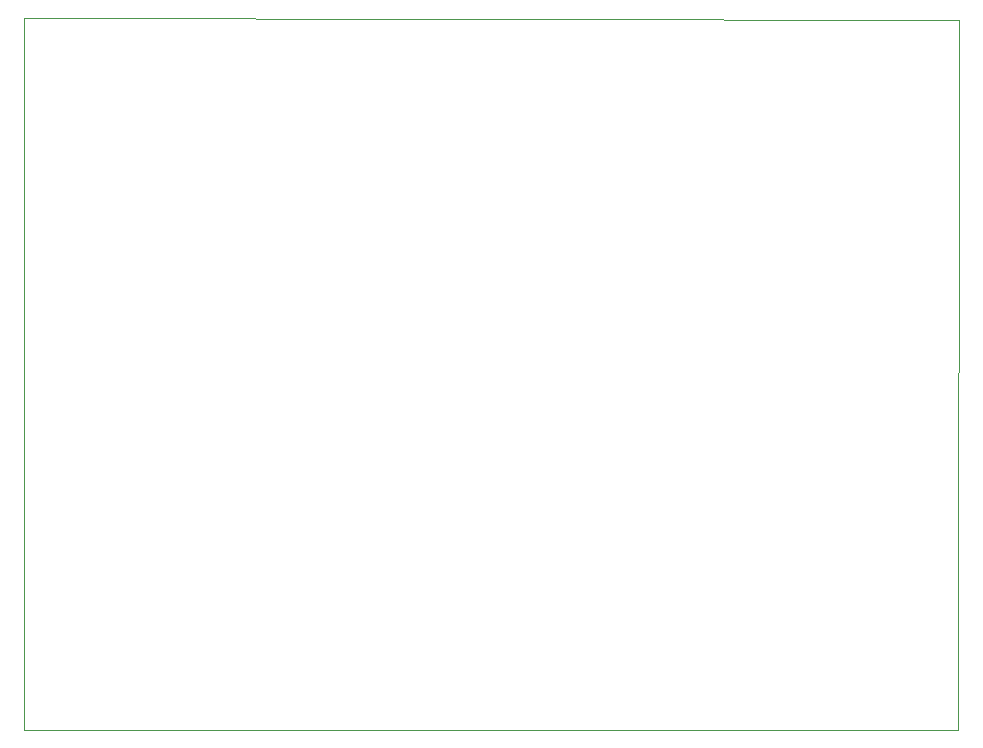
<source format=gbr>
%TF.GenerationSoftware,KiCad,Pcbnew,(5.1.12)-1*%
%TF.CreationDate,2022-06-22T10:59:22-05:00*%
%TF.ProjectId,Unidad central,556e6964-6164-4206-9365-6e7472616c2e,rev?*%
%TF.SameCoordinates,Original*%
%TF.FileFunction,Profile,NP*%
%FSLAX46Y46*%
G04 Gerber Fmt 4.6, Leading zero omitted, Abs format (unit mm)*
G04 Created by KiCad (PCBNEW (5.1.12)-1) date 2022-06-22 10:59:22*
%MOMM*%
%LPD*%
G01*
G04 APERTURE LIST*
%TA.AperFunction,Profile*%
%ADD10C,0.100000*%
%TD*%
G04 APERTURE END LIST*
D10*
X175488600Y-50888900D02*
X96357440Y-50779680D01*
X175488600Y-50888900D02*
X175455580Y-110995460D01*
X175455580Y-110995460D02*
X96349820Y-111000540D01*
X96349820Y-111000540D02*
X96357440Y-50779680D01*
M02*

</source>
